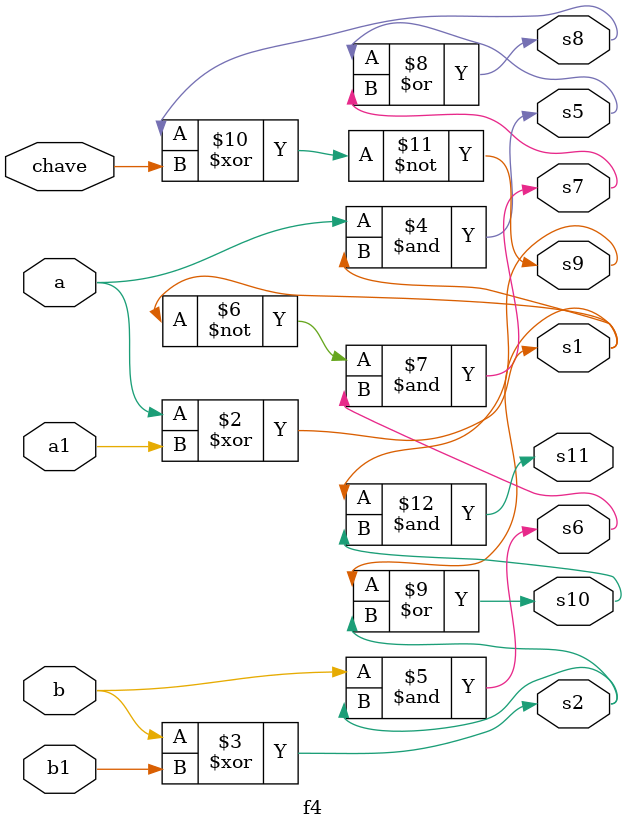
<source format=v>

module f4 (
output s1,
output s2,  
output s5,
output s6,  
output s7,
output s8,  
output s9,
output s10,  
output s11,
input a, 
input b,

input a1, 
input b1,
input chave
); 

xor XOR1 (s1, a, a1);
xor XOR2 (s2, b, b1);

and and1 (s5, a, s1);
and and2 (s6, b, s2);

and and3(s7, ~s1,s6);

or or1(s8, s5,s7);
or or2(s10, s1,s2);

xnor XOR3 (s9, s8, chave);

and and4(s11, s9, s10);


endmodule // f4 
module test_f4; 
// ------------------------- definir dados 
reg v; 
reg w; 
reg v1; 
reg w1; 
reg c; 
wire z1;
wire z2;
wire z3;
wire z4;
wire z5;
wire z6;
wire z7;
wire z8;
wire z9;
f4 modulo (z1,z2,z3,z4,z5,z6,z7,z8,z9,v,w,v1,w1,c); 
// ------------------------- parte principal 
initial begin 
$display("Exemplo0037 - Lucas Siqueira Chagas - 380783"); 
$display("Test LU's module"); 
$display("( v | w | x | y | v1 | w1 | x1 | y1 | | Chave )     =    S "); 

end 
endmodule // test_f4 
</source>
